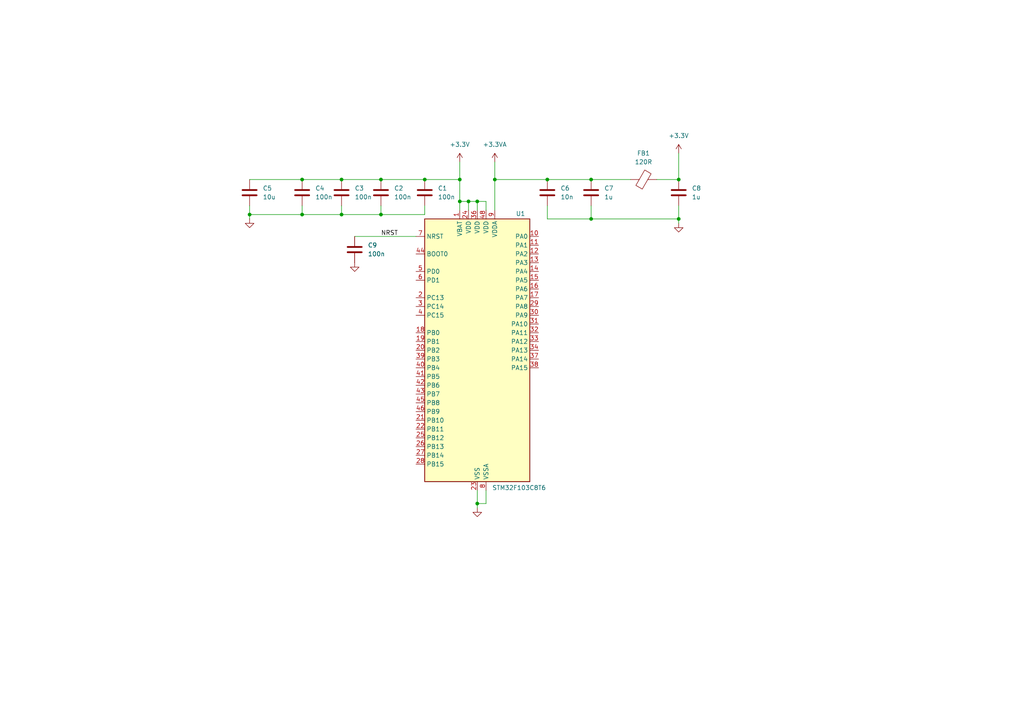
<source format=kicad_sch>
(kicad_sch (version 20250114) (generator "eeschema") (generator_version "9.0")
  (paper "A4")
  (lib_symbols
    (symbol "Device:C" (pin_numbers (hide yes)) (pin_names (offset 0.254))
      (property "Reference" "C" (at 0.635 2.54 0))
      (property "Value" "C" (at 0.635 -2.54 0))
      (symbol "C_0_1"
        (polyline (pts (xy -2.032 0.762) (xy 2.032 0.762)) (stroke (width 0.508)))
        (polyline (pts (xy -2.032 -0.762) (xy 2.032 -0.762)) (stroke (width 0.508)))
      )
      (symbol "C_1_1"
        (pin passive line (at 0 3.81 270) (length 2.794) (name "~") (number "1"))
        (pin passive line (at 0 -3.81 90) (length 2.794) (name "~") (number "2"))
      )
    )
    (symbol "Device:FerriteBead" (pin_numbers (hide yes)) (pin_names (offset 0))
      (property "Reference" "FB" (at -3.81 0.635 90))
      (property "Value" "FerriteBead" (at 3.81 0 90))
      (symbol "FerriteBead_0_1"
        (polyline (pts (xy -2.7686 0.4064) (xy -1.7018 2.2606) (xy 2.7686 -0.3048) (xy 1.6764 -2.159) (xy -2.7686 0.4064)))
        (polyline (pts (xy 0 1.27) (xy 0 1.2954)))
        (polyline (pts (xy 0 -1.27) (xy 0 -1.2192)))
      )
      (symbol "FerriteBead_1_1"
        (pin passive line (at 0 3.81 270) (length 2.54) (name "~") (number "1"))
        (pin passive line (at 0 -3.81 90) (length 2.54) (name "~") (number "2"))
      )
    )
    (symbol "MCU_ST_STM32F1:STM32F103C8Tx"
      (property "Reference" "U" (at -15.24 39.37 0))
      (property "Value" "STM32F103C8Tx" (at 7.62 39.37 0))
      (symbol "STM32F103C8Tx_0_1"
        (rectangle (start -15.24 -38.1) (end 15.24 38.1) (stroke (width 0.254)) (fill (type background)))
      )
      (symbol "STM32F103C8Tx_1_1"
        (pin input line (at -17.78 33.02 0) (length 2.54) (name "NRST") (number "7"))
        (pin input line (at -17.78 27.94 0) (length 2.54) (name "BOOT0") (number "44"))
        (pin bidirectional line (at -17.78 22.86 0) (length 2.54) (name "PD0") (number "5"))
        (pin bidirectional line (at -17.78 20.32 0) (length 2.54) (name "PD1") (number "6"))
        (pin bidirectional line (at -17.78 15.24 0) (length 2.54) (name "PC13") (number "2"))
        (pin bidirectional line (at -17.78 12.7 0) (length 2.54) (name "PC14") (number "3"))
        (pin bidirectional line (at -17.78 10.16 0) (length 2.54) (name "PC15") (number "4"))
        (pin bidirectional line (at -17.78 5.08 0) (length 2.54) (name "PB0") (number "18"))
        (pin bidirectional line (at -17.78 2.54 0) (length 2.54) (name "PB1") (number "19"))
        (pin bidirectional line (at -17.78 0 0) (length 2.54) (name "PB2") (number "20"))
        (pin bidirectional line (at -17.78 -2.54 0) (length 2.54) (name "PB3") (number "39"))
        (pin bidirectional line (at -17.78 -5.08 0) (length 2.54) (name "PB4") (number "40"))
        (pin bidirectional line (at -17.78 -7.62 0) (length 2.54) (name "PB5") (number "41"))
        (pin bidirectional line (at -17.78 -10.16 0) (length 2.54) (name "PB6") (number "42"))
        (pin bidirectional line (at -17.78 -12.7 0) (length 2.54) (name "PB7") (number "43"))
        (pin bidirectional line (at -17.78 -15.24 0) (length 2.54) (name "PB8") (number "45"))
        (pin bidirectional line (at -17.78 -17.78 0) (length 2.54) (name "PB9") (number "46"))
        (pin bidirectional line (at -17.78 -20.32 0) (length 2.54) (name "PB10") (number "21"))
        (pin bidirectional line (at -17.78 -22.86 0) (length 2.54) (name "PB11") (number "22"))
        (pin bidirectional line (at -17.78 -25.4 0) (length 2.54) (name "PB12") (number "25"))
        (pin bidirectional line (at -17.78 -27.94 0) (length 2.54) (name "PB13") (number "26"))
        (pin bidirectional line (at -17.78 -30.48 0) (length 2.54) (name "PB14") (number "27"))
        (pin bidirectional line (at -17.78 -33.02 0) (length 2.54) (name "PB15") (number "28"))
        (pin power_in line (at -5.08 40.64 270) (length 2.54) (name "VBAT") (number "1"))
        (pin power_in line (at -2.54 40.64 270) (length 2.54) (name "VDD") (number "24"))
        (pin power_in line (at 0 40.64 270) (length 2.54) (name "VDD") (number "36"))
        (pin power_in line (at 0 -40.64 90) (length 2.54) (name "VSS") (number "23"))
        (pin passive line (at 0 -40.64 90) (length 2.54) (hide yes) (name "VSS") (number "35"))
        (pin passive line (at 0 -40.64 90) (length 2.54) (hide yes) (name "VSS") (number "47"))
        (pin power_in line (at 2.54 40.64 270) (length 2.54) (name "VDD") (number "48"))
        (pin power_in line (at 2.54 -40.64 90) (length 2.54) (name "VSSA") (number "8"))
        (pin power_in line (at 5.08 40.64 270) (length 2.54) (name "VDDA") (number "9"))
        (pin bidirectional line (at 17.78 33.02 180) (length 2.54) (name "PA0") (number "10"))
        (pin bidirectional line (at 17.78 30.48 180) (length 2.54) (name "PA1") (number "11"))
        (pin bidirectional line (at 17.78 27.94 180) (length 2.54) (name "PA2") (number "12"))
        (pin bidirectional line (at 17.78 25.4 180) (length 2.54) (name "PA3") (number "13"))
        (pin bidirectional line (at 17.78 22.86 180) (length 2.54) (name "PA4") (number "14"))
        (pin bidirectional line (at 17.78 20.32 180) (length 2.54) (name "PA5") (number "15"))
        (pin bidirectional line (at 17.78 17.78 180) (length 2.54) (name "PA6") (number "16"))
        (pin bidirectional line (at 17.78 15.24 180) (length 2.54) (name "PA7") (number "17"))
        (pin bidirectional line (at 17.78 12.7 180) (length 2.54) (name "PA8") (number "29"))
        (pin bidirectional line (at 17.78 10.16 180) (length 2.54) (name "PA9") (number "30"))
        (pin bidirectional line (at 17.78 7.62 180) (length 2.54) (name "PA10") (number "31"))
        (pin bidirectional line (at 17.78 5.08 180) (length 2.54) (name "PA11") (number "32"))
        (pin bidirectional line (at 17.78 2.54 180) (length 2.54) (name "PA12") (number "33"))
        (pin bidirectional line (at 17.78 0 180) (length 2.54) (name "PA13") (number "34"))
        (pin bidirectional line (at 17.78 -2.54 180) (length 2.54) (name "PA14") (number "37"))
        (pin bidirectional line (at 17.78 -5.08 180) (length 2.54) (name "PA15") (number "38"))
      )
    )
    (symbol "power:+3.3V" (power) (pin_numbers (hide yes)) (pin_names (offset 0) (hide yes))
      (property "Value" "+3.3V" (at 0 3.556 0))
      (symbol "+3.3V_0_1"
        (polyline (pts (xy -0.762 1.27) (xy 0 2.54)))
        (polyline (pts (xy 0 2.54) (xy 0.762 1.27)))
        (polyline (pts (xy 0 0) (xy 0 2.54)))
      )
      (symbol "+3.3V_1_1"
        (pin power_in line (at 0 0 90) (length 0) (name "~") (number "1"))
      )
    )
    (symbol "power:+3.3VA" (power) (pin_numbers (hide yes)) (pin_names (offset 0) (hide yes))
      (property "Value" "+3.3VA" (at 0 3.556 0))
      (symbol "+3.3VA_0_1"
        (polyline (pts (xy -0.762 1.27) (xy 0 2.54)))
        (polyline (pts (xy 0 2.54) (xy 0.762 1.27)))
        (polyline (pts (xy 0 0) (xy 0 2.54)))
      )
      (symbol "+3.3VA_1_1"
        (pin power_in line (at 0 0 90) (length 0) (name "~") (number "1"))
      )
    )
    (symbol "power:GND" (power) (pin_numbers (hide yes)) (pin_names (offset 0) (hide yes))
      (property "Value" "GND" (at 0 -3.81 0))
      (symbol "GND_0_1"
        (polyline (pts (xy 0 0) (xy 0 -1.27) (xy 1.27 -1.27) (xy 0 -2.54) (xy -1.27 -1.27) (xy 0 -1.27)))
      )
      (symbol "GND_1_1"
        (pin power_in line (at 0 0 270) (length 0) (name "~") (number "1"))
      )
    )
  )
  (junction (at 171.45 63.5))
  (junction (at 99.06 52.07))
  (junction (at 133.35 58.42))
  (junction (at 196.85 63.5))
  (junction (at 123.19 52.07))
  (junction (at 138.43 146.05))
  (junction (at 171.45 52.07))
  (junction (at 110.49 52.07))
  (junction (at 138.43 58.42))
  (junction (at 158.75 52.07))
  (junction (at 110.49 62.23))
  (junction (at 87.63 62.23))
  (junction (at 196.85 52.07))
  (junction (at 72.39 62.23))
  (junction (at 87.63 52.07))
  (junction (at 99.06 62.23))
  (junction (at 133.35 52.07))
  (junction (at 143.51 52.07))
  (junction (at 135.89 58.42))
  (wire (pts (xy 158.75 59.69) (xy 158.75 63.5)))
  (wire (pts (xy 138.43 58.42) (xy 138.43 60.96)))
  (wire (pts (xy 171.45 63.5) (xy 196.85 63.5)))
  (wire (pts (xy 171.45 52.07) (xy 182.88 52.07)))
  (wire (pts (xy 140.97 58.42) (xy 138.43 58.42)))
  (wire (pts (xy 72.39 62.23) (xy 87.63 62.23)))
  (wire (pts (xy 135.89 58.42) (xy 135.89 60.96)))
  (wire (pts (xy 133.35 58.42) (xy 133.35 60.96)))
  (wire (pts (xy 171.45 59.69) (xy 171.45 63.5)))
  (wire (pts (xy 158.75 52.07) (xy 143.51 52.07)))
  (wire (pts (xy 138.43 146.05) (xy 138.43 147.32)))
  (wire (pts (xy 123.19 59.69) (xy 123.19 62.23)))
  (wire (pts (xy 102.87 68.58) (xy 120.65 68.58)))
  (wire (pts (xy 99.06 52.07) (xy 110.49 52.07)))
  (wire (pts (xy 196.85 44.45) (xy 196.85 52.07)))
  (wire (pts (xy 135.89 58.42) (xy 138.43 58.42)))
  (wire (pts (xy 133.35 58.42) (xy 135.89 58.42)))
  (wire (pts (xy 110.49 52.07) (xy 123.19 52.07)))
  (wire (pts (xy 110.49 62.23) (xy 123.19 62.23)))
  (wire (pts (xy 158.75 63.5) (xy 171.45 63.5)))
  (wire (pts (xy 110.49 59.69) (xy 110.49 62.23)))
  (wire (pts (xy 196.85 59.69) (xy 196.85 63.5)))
  (wire (pts (xy 99.06 62.23) (xy 110.49 62.23)))
  (wire (pts (xy 138.43 142.24) (xy 138.43 146.05)))
  (wire (pts (xy 143.51 46.99) (xy 143.51 52.07)))
  (wire (pts (xy 196.85 63.5) (xy 196.85 64.77)))
  (wire (pts (xy 190.5 52.07) (xy 196.85 52.07)))
  (wire (pts (xy 87.63 62.23) (xy 99.06 62.23)))
  (wire (pts (xy 140.97 142.24) (xy 140.97 146.05)))
  (wire (pts (xy 138.43 146.05) (xy 140.97 146.05)))
  (wire (pts (xy 72.39 52.07) (xy 87.63 52.07)))
  (wire (pts (xy 99.06 59.69) (xy 99.06 62.23)))
  (wire (pts (xy 158.75 52.07) (xy 171.45 52.07)))
  (wire (pts (xy 123.19 52.07) (xy 133.35 52.07)))
  (wire (pts (xy 72.39 62.23) (xy 72.39 63.5)))
  (wire (pts (xy 87.63 52.07) (xy 99.06 52.07)))
  (wire (pts (xy 140.97 60.96) (xy 140.97 58.42)))
  (wire (pts (xy 87.63 59.69) (xy 87.63 62.23)))
  (wire (pts (xy 133.35 52.07) (xy 133.35 58.42)))
  (wire (pts (xy 143.51 52.07) (xy 143.51 60.96)))
  (wire (pts (xy 133.35 46.99) (xy 133.35 52.07)))
  (wire (pts (xy 72.39 59.69) (xy 72.39 62.23)))
  (label "NRST" (at 110.49 68.58 0))
  (symbol (lib_id "power:GND") (at 138.43 147.32 0) (unit 1)
    (property "Reference" "#PWR01" (effects (hide yes)))
    (property "Value" "GND" (effects (hide yes)))
    (property "Description" "Power symbol creates a global label with name \"GND\" , ground" (effects (hide yes)))
  )
  (symbol (lib_id "power:+3.3VA") (at 143.51 46.99 0) (unit 1)
    (property "Reference" "#PWR04" (effects (hide yes)))
    (property "Value" "+3.3VA" (at 143.51 41.91 0))
    (property "Description" "Power symbol creates a global label with name \"+3.3VA\"" (effects (hide yes)))
  )
  (symbol (lib_id "Device:C") (at 72.39 55.88 0) (unit 1)
    (property "Reference" "C5" (at 76.2 54.6099 0) (effects (justify left)))
    (property "Value" "10u" (at 76.2 57.1499 0) (effects (justify left)))
    (property "Description" "Unpolarized capacitor" (effects (hide yes)))
  )
  (symbol (lib_id "MCU_ST_STM32F1:STM32F103C8Tx") (at 138.43 101.6 0) (unit 1)
    (property "Reference" "U1" (at 149.606 61.976 0) (effects (justify left)))
    (property "Value" "STM32F103C8T6" (at 142.748 141.478 0) (effects (justify left)))
    (property "Footprint" "Package_QFP:LQFP-48_7x7mm_P0.5mm" (effects (hide yes)))
    (property "Datasheet" "https://www.st.com/resource/en/datasheet/stm32f103c8.pdf" (effects (hide yes)))
    (property "Description" "STMicroelectronics Arm Cortex-M3 MCU, 64KB flash, 20KB RAM, 72 MHz, 2.0-3.6V, 37 GPIO, LQFP48" (effects (hide yes)))
  )
  (symbol (lib_id "power:+3.3V") (at 133.35 46.99 0) (unit 1)
    (property "Reference" "#PWR02" (effects (hide yes)))
    (property "Value" "+3.3V" (at 133.35 41.91 0))
    (property "Description" "Power symbol creates a global label with name \"+3.3V\"" (effects (hide yes)))
  )
  (symbol (lib_id "power:GND") (at 72.39 63.5 0) (unit 1)
    (property "Reference" "#PWR03" (effects (hide yes)))
    (property "Value" "GND" (effects (hide yes)))
    (property "Description" "Power symbol creates a global label with name \"GND\" , ground" (effects (hide yes)))
  )
  (symbol (lib_id "power:GND") (at 196.85 64.77 0) (unit 1)
    (property "Reference" "#PWR05" (effects (hide yes)))
    (property "Value" "GND" (effects (hide yes)))
    (property "Description" "Power symbol creates a global label with name \"GND\" , ground" (effects (hide yes)))
  )
  (symbol (lib_id "Device:FerriteBead") (at 186.69 52.07 90) (unit 1)
    (property "Reference" "FB1" (at 186.6392 44.45 90))
    (property "Value" "120R" (at 186.6392 46.99 90))
    (property "Description" "Ferrite bead" (effects (hide yes)))
  )
  (symbol (lib_id "power:GND") (at 102.87 76.2 0) (unit 1)
    (property "Reference" "#PWR07" (effects (hide yes)))
    (property "Value" "GND" (effects (hide yes)))
    (property "Description" "Power symbol creates a global label with name \"GND\" , ground" (effects (hide yes)))
  )
  (symbol (lib_id "Device:C") (at 171.45 55.88 0) (unit 1)
    (property "Reference" "C7" (at 175.26 54.6099 0) (effects (justify left)))
    (property "Value" "1u" (at 175.26 57.1499 0) (effects (justify left)))
    (property "Description" "Unpolarized capacitor" (effects (hide yes)))
  )
  (symbol (lib_id "Device:C") (at 87.63 55.88 0) (unit 1)
    (property "Reference" "C4" (at 91.44 54.6099 0) (effects (justify left)))
    (property "Value" "100n" (at 91.44 57.1499 0) (effects (justify left)))
    (property "Description" "Unpolarized capacitor" (effects (hide yes)))
  )
  (symbol (lib_id "Device:C") (at 110.49 55.88 0) (unit 1)
    (property "Reference" "C2" (at 114.3 54.6099 0) (effects (justify left)))
    (property "Value" "100n" (at 114.3 57.1499 0) (effects (justify left)))
    (property "Description" "Unpolarized capacitor" (effects (hide yes)))
  )
  (symbol (lib_id "Device:C") (at 158.75 55.88 0) (unit 1)
    (property "Reference" "C6" (at 162.56 54.6099 0) (effects (justify left)))
    (property "Value" "10n" (at 162.56 57.1499 0) (effects (justify left)))
    (property "Description" "Unpolarized capacitor" (effects (hide yes)))
  )
  (symbol (lib_id "power:+3.3V") (at 196.85 44.45 0) (unit 1)
    (property "Reference" "#PWR06" (effects (hide yes)))
    (property "Value" "+3.3V" (at 196.85 39.37 0))
    (property "Description" "Power symbol creates a global label with name \"+3.3V\"" (effects (hide yes)))
  )
  (symbol (lib_id "Device:C") (at 123.19 55.88 0) (unit 1)
    (property "Reference" "C1" (at 127 54.6099 0) (effects (justify left)))
    (property "Value" "100n" (at 127 57.1499 0) (effects (justify left)))
    (property "Description" "Unpolarized capacitor" (effects (hide yes)))
  )
  (symbol (lib_id "Device:C") (at 196.85 55.88 0) (unit 1)
    (property "Reference" "C8" (at 200.66 54.6099 0) (effects (justify left)))
    (property "Value" "1u" (at 200.66 57.1499 0) (effects (justify left)))
    (property "Description" "Unpolarized capacitor" (effects (hide yes)))
  )
  (symbol (lib_id "Device:C") (at 102.87 72.39 0) (unit 1)
    (property "Reference" "C9" (at 106.68 71.1199 0) (effects (justify left)))
    (property "Value" "100n" (at 106.68 73.6599 0) (effects (justify left)))
    (property "Description" "Unpolarized capacitor" (effects (hide yes)))
  )
  (symbol (lib_id "Device:C") (at 99.06 55.88 0) (unit 1)
    (property "Reference" "C3" (at 102.87 54.6099 0) (effects (justify left)))
    (property "Value" "100n" (at 102.87 57.1499 0) (effects (justify left)))
    (property "Description" "Unpolarized capacitor" (effects (hide yes)))
  )
)
</source>
